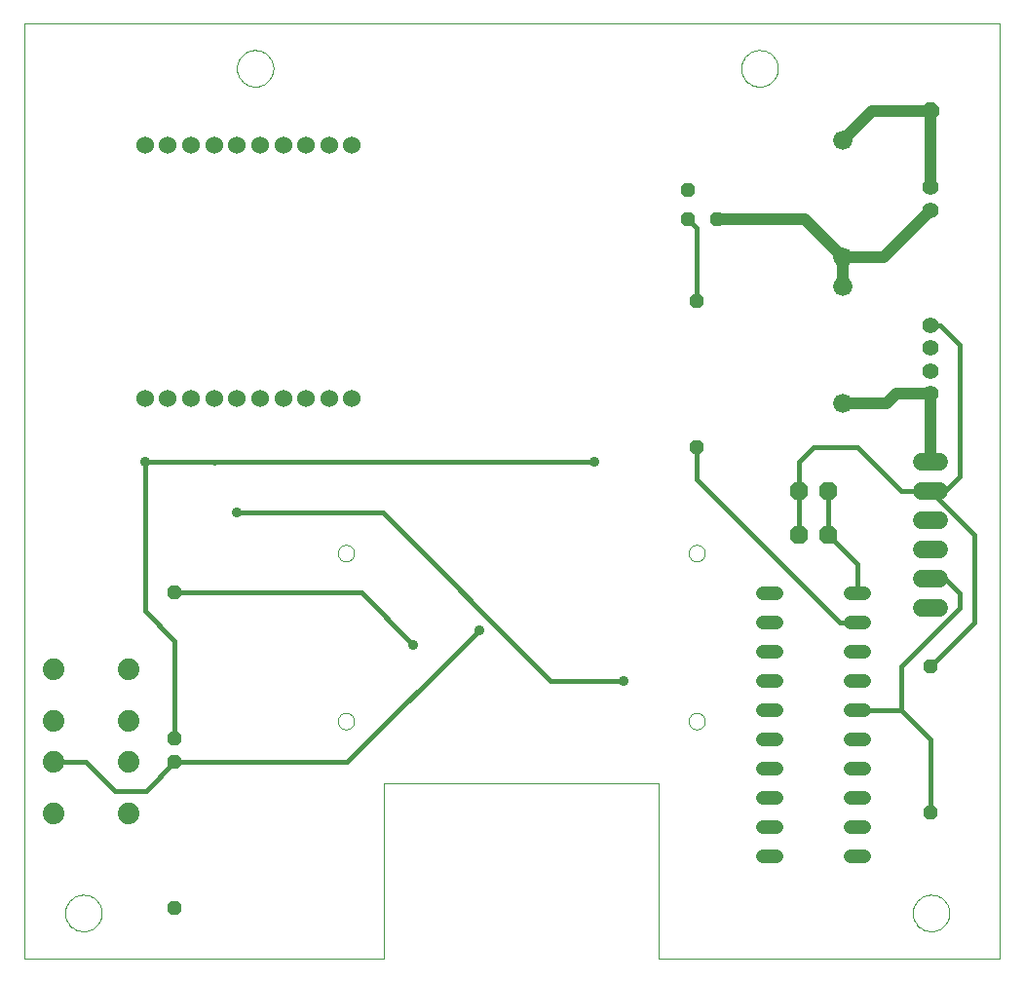
<source format=gtl>
G75*
%MOIN*%
%OFA0B0*%
%FSLAX24Y24*%
%IPPOS*%
%LPD*%
%AMOC8*
5,1,8,0,0,1.08239X$1,22.5*
%
%ADD10C,0.0000*%
%ADD11C,0.0600*%
%ADD12C,0.0560*%
%ADD13C,0.0660*%
%ADD14OC8,0.0480*%
%ADD15OC8,0.0630*%
%ADD16C,0.0600*%
%ADD17OC8,0.0600*%
%ADD18C,0.0740*%
%ADD19C,0.0480*%
%ADD20C,0.0400*%
%ADD21C,0.0160*%
%ADD22C,0.0356*%
D10*
X000180Y000180D02*
X000180Y032176D01*
X033550Y032176D01*
X033550Y000180D01*
X021880Y000180D01*
X021880Y006180D01*
X012480Y006180D01*
X012480Y000180D01*
X000180Y000180D01*
X001575Y001740D02*
X001577Y001790D01*
X001583Y001839D01*
X001593Y001888D01*
X001606Y001935D01*
X001624Y001982D01*
X001645Y002027D01*
X001669Y002070D01*
X001697Y002111D01*
X001728Y002150D01*
X001762Y002186D01*
X001799Y002220D01*
X001839Y002250D01*
X001880Y002277D01*
X001924Y002301D01*
X001969Y002321D01*
X002016Y002337D01*
X002064Y002350D01*
X002113Y002359D01*
X002163Y002364D01*
X002212Y002365D01*
X002262Y002362D01*
X002311Y002355D01*
X002360Y002344D01*
X002407Y002330D01*
X002453Y002311D01*
X002498Y002289D01*
X002541Y002264D01*
X002581Y002235D01*
X002619Y002203D01*
X002655Y002169D01*
X002688Y002131D01*
X002717Y002091D01*
X002743Y002049D01*
X002766Y002005D01*
X002785Y001959D01*
X002801Y001912D01*
X002813Y001863D01*
X002821Y001814D01*
X002825Y001765D01*
X002825Y001715D01*
X002821Y001666D01*
X002813Y001617D01*
X002801Y001568D01*
X002785Y001521D01*
X002766Y001475D01*
X002743Y001431D01*
X002717Y001389D01*
X002688Y001349D01*
X002655Y001311D01*
X002619Y001277D01*
X002581Y001245D01*
X002541Y001216D01*
X002498Y001191D01*
X002453Y001169D01*
X002407Y001150D01*
X002360Y001136D01*
X002311Y001125D01*
X002262Y001118D01*
X002212Y001115D01*
X002163Y001116D01*
X002113Y001121D01*
X002064Y001130D01*
X002016Y001143D01*
X001969Y001159D01*
X001924Y001179D01*
X001880Y001203D01*
X001839Y001230D01*
X001799Y001260D01*
X001762Y001294D01*
X001728Y001330D01*
X001697Y001369D01*
X001669Y001410D01*
X001645Y001453D01*
X001624Y001498D01*
X001606Y001545D01*
X001593Y001592D01*
X001583Y001641D01*
X001577Y001690D01*
X001575Y001740D01*
X010900Y008305D02*
X010902Y008338D01*
X010908Y008371D01*
X010918Y008402D01*
X010931Y008433D01*
X010948Y008461D01*
X010968Y008488D01*
X010991Y008512D01*
X011017Y008532D01*
X011045Y008550D01*
X011075Y008564D01*
X011106Y008575D01*
X011139Y008582D01*
X011172Y008585D01*
X011205Y008584D01*
X011238Y008579D01*
X011270Y008570D01*
X011300Y008558D01*
X011329Y008542D01*
X011356Y008522D01*
X011381Y008500D01*
X011403Y008475D01*
X011421Y008447D01*
X011436Y008418D01*
X011448Y008387D01*
X011456Y008355D01*
X011460Y008322D01*
X011460Y008288D01*
X011456Y008255D01*
X011448Y008223D01*
X011436Y008192D01*
X011421Y008163D01*
X011403Y008135D01*
X011381Y008110D01*
X011356Y008088D01*
X011329Y008068D01*
X011300Y008052D01*
X011270Y008040D01*
X011238Y008031D01*
X011205Y008026D01*
X011172Y008025D01*
X011139Y008028D01*
X011106Y008035D01*
X011075Y008046D01*
X011045Y008060D01*
X011017Y008078D01*
X010991Y008098D01*
X010968Y008122D01*
X010948Y008149D01*
X010931Y008177D01*
X010918Y008208D01*
X010908Y008239D01*
X010902Y008272D01*
X010900Y008305D01*
X010900Y014055D02*
X010902Y014088D01*
X010908Y014121D01*
X010918Y014152D01*
X010931Y014183D01*
X010948Y014211D01*
X010968Y014238D01*
X010991Y014262D01*
X011017Y014282D01*
X011045Y014300D01*
X011075Y014314D01*
X011106Y014325D01*
X011139Y014332D01*
X011172Y014335D01*
X011205Y014334D01*
X011238Y014329D01*
X011270Y014320D01*
X011300Y014308D01*
X011329Y014292D01*
X011356Y014272D01*
X011381Y014250D01*
X011403Y014225D01*
X011421Y014197D01*
X011436Y014168D01*
X011448Y014137D01*
X011456Y014105D01*
X011460Y014072D01*
X011460Y014038D01*
X011456Y014005D01*
X011448Y013973D01*
X011436Y013942D01*
X011421Y013913D01*
X011403Y013885D01*
X011381Y013860D01*
X011356Y013838D01*
X011329Y013818D01*
X011300Y013802D01*
X011270Y013790D01*
X011238Y013781D01*
X011205Y013776D01*
X011172Y013775D01*
X011139Y013778D01*
X011106Y013785D01*
X011075Y013796D01*
X011045Y013810D01*
X011017Y013828D01*
X010991Y013848D01*
X010968Y013872D01*
X010948Y013899D01*
X010931Y013927D01*
X010918Y013958D01*
X010908Y013989D01*
X010902Y014022D01*
X010900Y014055D01*
X022900Y014055D02*
X022902Y014088D01*
X022908Y014121D01*
X022918Y014152D01*
X022931Y014183D01*
X022948Y014211D01*
X022968Y014238D01*
X022991Y014262D01*
X023017Y014282D01*
X023045Y014300D01*
X023075Y014314D01*
X023106Y014325D01*
X023139Y014332D01*
X023172Y014335D01*
X023205Y014334D01*
X023238Y014329D01*
X023270Y014320D01*
X023300Y014308D01*
X023329Y014292D01*
X023356Y014272D01*
X023381Y014250D01*
X023403Y014225D01*
X023421Y014197D01*
X023436Y014168D01*
X023448Y014137D01*
X023456Y014105D01*
X023460Y014072D01*
X023460Y014038D01*
X023456Y014005D01*
X023448Y013973D01*
X023436Y013942D01*
X023421Y013913D01*
X023403Y013885D01*
X023381Y013860D01*
X023356Y013838D01*
X023329Y013818D01*
X023300Y013802D01*
X023270Y013790D01*
X023238Y013781D01*
X023205Y013776D01*
X023172Y013775D01*
X023139Y013778D01*
X023106Y013785D01*
X023075Y013796D01*
X023045Y013810D01*
X023017Y013828D01*
X022991Y013848D01*
X022968Y013872D01*
X022948Y013899D01*
X022931Y013927D01*
X022918Y013958D01*
X022908Y013989D01*
X022902Y014022D01*
X022900Y014055D01*
X022900Y008305D02*
X022902Y008338D01*
X022908Y008371D01*
X022918Y008402D01*
X022931Y008433D01*
X022948Y008461D01*
X022968Y008488D01*
X022991Y008512D01*
X023017Y008532D01*
X023045Y008550D01*
X023075Y008564D01*
X023106Y008575D01*
X023139Y008582D01*
X023172Y008585D01*
X023205Y008584D01*
X023238Y008579D01*
X023270Y008570D01*
X023300Y008558D01*
X023329Y008542D01*
X023356Y008522D01*
X023381Y008500D01*
X023403Y008475D01*
X023421Y008447D01*
X023436Y008418D01*
X023448Y008387D01*
X023456Y008355D01*
X023460Y008322D01*
X023460Y008288D01*
X023456Y008255D01*
X023448Y008223D01*
X023436Y008192D01*
X023421Y008163D01*
X023403Y008135D01*
X023381Y008110D01*
X023356Y008088D01*
X023329Y008068D01*
X023300Y008052D01*
X023270Y008040D01*
X023238Y008031D01*
X023205Y008026D01*
X023172Y008025D01*
X023139Y008028D01*
X023106Y008035D01*
X023075Y008046D01*
X023045Y008060D01*
X023017Y008078D01*
X022991Y008098D01*
X022968Y008122D01*
X022948Y008149D01*
X022931Y008177D01*
X022918Y008208D01*
X022908Y008239D01*
X022902Y008272D01*
X022900Y008305D01*
X030575Y001740D02*
X030577Y001790D01*
X030583Y001839D01*
X030593Y001888D01*
X030606Y001935D01*
X030624Y001982D01*
X030645Y002027D01*
X030669Y002070D01*
X030697Y002111D01*
X030728Y002150D01*
X030762Y002186D01*
X030799Y002220D01*
X030839Y002250D01*
X030880Y002277D01*
X030924Y002301D01*
X030969Y002321D01*
X031016Y002337D01*
X031064Y002350D01*
X031113Y002359D01*
X031163Y002364D01*
X031212Y002365D01*
X031262Y002362D01*
X031311Y002355D01*
X031360Y002344D01*
X031407Y002330D01*
X031453Y002311D01*
X031498Y002289D01*
X031541Y002264D01*
X031581Y002235D01*
X031619Y002203D01*
X031655Y002169D01*
X031688Y002131D01*
X031717Y002091D01*
X031743Y002049D01*
X031766Y002005D01*
X031785Y001959D01*
X031801Y001912D01*
X031813Y001863D01*
X031821Y001814D01*
X031825Y001765D01*
X031825Y001715D01*
X031821Y001666D01*
X031813Y001617D01*
X031801Y001568D01*
X031785Y001521D01*
X031766Y001475D01*
X031743Y001431D01*
X031717Y001389D01*
X031688Y001349D01*
X031655Y001311D01*
X031619Y001277D01*
X031581Y001245D01*
X031541Y001216D01*
X031498Y001191D01*
X031453Y001169D01*
X031407Y001150D01*
X031360Y001136D01*
X031311Y001125D01*
X031262Y001118D01*
X031212Y001115D01*
X031163Y001116D01*
X031113Y001121D01*
X031064Y001130D01*
X031016Y001143D01*
X030969Y001159D01*
X030924Y001179D01*
X030880Y001203D01*
X030839Y001230D01*
X030799Y001260D01*
X030762Y001294D01*
X030728Y001330D01*
X030697Y001369D01*
X030669Y001410D01*
X030645Y001453D01*
X030624Y001498D01*
X030606Y001545D01*
X030593Y001592D01*
X030583Y001641D01*
X030577Y001690D01*
X030575Y001740D01*
X024705Y030640D02*
X024707Y030690D01*
X024713Y030739D01*
X024723Y030788D01*
X024736Y030835D01*
X024754Y030882D01*
X024775Y030927D01*
X024799Y030970D01*
X024827Y031011D01*
X024858Y031050D01*
X024892Y031086D01*
X024929Y031120D01*
X024969Y031150D01*
X025010Y031177D01*
X025054Y031201D01*
X025099Y031221D01*
X025146Y031237D01*
X025194Y031250D01*
X025243Y031259D01*
X025293Y031264D01*
X025342Y031265D01*
X025392Y031262D01*
X025441Y031255D01*
X025490Y031244D01*
X025537Y031230D01*
X025583Y031211D01*
X025628Y031189D01*
X025671Y031164D01*
X025711Y031135D01*
X025749Y031103D01*
X025785Y031069D01*
X025818Y031031D01*
X025847Y030991D01*
X025873Y030949D01*
X025896Y030905D01*
X025915Y030859D01*
X025931Y030812D01*
X025943Y030763D01*
X025951Y030714D01*
X025955Y030665D01*
X025955Y030615D01*
X025951Y030566D01*
X025943Y030517D01*
X025931Y030468D01*
X025915Y030421D01*
X025896Y030375D01*
X025873Y030331D01*
X025847Y030289D01*
X025818Y030249D01*
X025785Y030211D01*
X025749Y030177D01*
X025711Y030145D01*
X025671Y030116D01*
X025628Y030091D01*
X025583Y030069D01*
X025537Y030050D01*
X025490Y030036D01*
X025441Y030025D01*
X025392Y030018D01*
X025342Y030015D01*
X025293Y030016D01*
X025243Y030021D01*
X025194Y030030D01*
X025146Y030043D01*
X025099Y030059D01*
X025054Y030079D01*
X025010Y030103D01*
X024969Y030130D01*
X024929Y030160D01*
X024892Y030194D01*
X024858Y030230D01*
X024827Y030269D01*
X024799Y030310D01*
X024775Y030353D01*
X024754Y030398D01*
X024736Y030445D01*
X024723Y030492D01*
X024713Y030541D01*
X024707Y030590D01*
X024705Y030640D01*
X007447Y030640D02*
X007449Y030690D01*
X007455Y030739D01*
X007465Y030788D01*
X007478Y030835D01*
X007496Y030882D01*
X007517Y030927D01*
X007541Y030970D01*
X007569Y031011D01*
X007600Y031050D01*
X007634Y031086D01*
X007671Y031120D01*
X007711Y031150D01*
X007752Y031177D01*
X007796Y031201D01*
X007841Y031221D01*
X007888Y031237D01*
X007936Y031250D01*
X007985Y031259D01*
X008035Y031264D01*
X008084Y031265D01*
X008134Y031262D01*
X008183Y031255D01*
X008232Y031244D01*
X008279Y031230D01*
X008325Y031211D01*
X008370Y031189D01*
X008413Y031164D01*
X008453Y031135D01*
X008491Y031103D01*
X008527Y031069D01*
X008560Y031031D01*
X008589Y030991D01*
X008615Y030949D01*
X008638Y030905D01*
X008657Y030859D01*
X008673Y030812D01*
X008685Y030763D01*
X008693Y030714D01*
X008697Y030665D01*
X008697Y030615D01*
X008693Y030566D01*
X008685Y030517D01*
X008673Y030468D01*
X008657Y030421D01*
X008638Y030375D01*
X008615Y030331D01*
X008589Y030289D01*
X008560Y030249D01*
X008527Y030211D01*
X008491Y030177D01*
X008453Y030145D01*
X008413Y030116D01*
X008370Y030091D01*
X008325Y030069D01*
X008279Y030050D01*
X008232Y030036D01*
X008183Y030025D01*
X008134Y030018D01*
X008084Y030015D01*
X008035Y030016D01*
X007985Y030021D01*
X007936Y030030D01*
X007888Y030043D01*
X007841Y030059D01*
X007796Y030079D01*
X007752Y030103D01*
X007711Y030130D01*
X007671Y030160D01*
X007634Y030194D01*
X007600Y030230D01*
X007569Y030269D01*
X007541Y030310D01*
X007517Y030353D01*
X007496Y030398D01*
X007478Y030445D01*
X007465Y030492D01*
X007455Y030541D01*
X007449Y030590D01*
X007447Y030640D01*
D11*
X007456Y028011D03*
X008243Y028011D03*
X009030Y028011D03*
X009818Y028011D03*
X010605Y028011D03*
X011393Y028011D03*
X006668Y028011D03*
X005881Y028011D03*
X005093Y028011D03*
X004306Y028011D03*
X004306Y019349D03*
X005093Y019349D03*
X005881Y019349D03*
X006668Y019349D03*
X007456Y019349D03*
X008243Y019349D03*
X009030Y019349D03*
X009818Y019349D03*
X010605Y019349D03*
X011393Y019349D03*
D12*
X031180Y019499D03*
X031180Y020286D03*
X031180Y021074D03*
X031180Y021861D03*
X031180Y025786D03*
X031180Y026574D03*
D13*
X028180Y028180D03*
X028180Y024180D03*
X028180Y023180D03*
X028180Y019180D03*
D14*
X023180Y017680D03*
X023180Y022680D03*
X022880Y025480D03*
X022880Y026480D03*
X023880Y025480D03*
X031180Y010180D03*
X031180Y005180D03*
X005324Y006902D03*
X005327Y007702D03*
X005327Y012702D03*
X005324Y001902D03*
D15*
X026680Y014680D03*
X027680Y014680D03*
X027680Y016180D03*
X026680Y016180D03*
D16*
X030880Y016180D02*
X031480Y016180D01*
X031480Y017180D02*
X030880Y017180D01*
X030880Y015180D02*
X031480Y015180D01*
X031480Y014180D02*
X030880Y014180D01*
X030880Y013180D02*
X031480Y013180D01*
X031480Y012180D02*
X030880Y012180D01*
D17*
X031180Y029180D03*
D18*
X003743Y010090D03*
X003743Y008310D03*
X003747Y006910D03*
X003747Y005130D03*
X001187Y005130D03*
X001187Y006910D03*
X001183Y008310D03*
X001183Y010090D03*
D19*
X025440Y009682D02*
X025920Y009682D01*
X025920Y008682D02*
X025440Y008682D01*
X025440Y007682D02*
X025920Y007682D01*
X025920Y006682D02*
X025440Y006682D01*
X025440Y005682D02*
X025920Y005682D01*
X025920Y004682D02*
X025440Y004682D01*
X025440Y003682D02*
X025920Y003682D01*
X028440Y003682D02*
X028920Y003682D01*
X028920Y004682D02*
X028440Y004682D01*
X028440Y005682D02*
X028920Y005682D01*
X028920Y006682D02*
X028440Y006682D01*
X028440Y007682D02*
X028920Y007682D01*
X028920Y008682D02*
X028440Y008682D01*
X028440Y009682D02*
X028920Y009682D01*
X028920Y010682D02*
X028440Y010682D01*
X028440Y011682D02*
X028920Y011682D01*
X028920Y012682D02*
X028440Y012682D01*
X025920Y012682D02*
X025440Y012682D01*
X025440Y011682D02*
X025920Y011682D01*
X025920Y010682D02*
X025440Y010682D01*
D20*
X031180Y017180D02*
X031180Y019499D01*
X029999Y019499D01*
X029680Y019180D01*
X028180Y019180D01*
X028180Y023180D02*
X028180Y024180D01*
X026880Y025480D01*
X023880Y025480D01*
X028180Y024180D02*
X029574Y024180D01*
X031180Y025786D01*
X031180Y026574D02*
X031180Y029180D01*
X029180Y029180D01*
X028180Y028180D01*
D21*
X023180Y025180D02*
X022880Y025480D01*
X023180Y025180D02*
X023180Y022680D01*
X023180Y017680D02*
X023180Y016580D01*
X028078Y011682D01*
X028680Y011682D01*
X028680Y012682D02*
X028680Y013680D01*
X027680Y014680D01*
X027680Y016180D01*
X026680Y016180D02*
X026680Y017180D01*
X027180Y017680D01*
X028680Y017680D01*
X030180Y016180D01*
X031180Y016180D01*
X031680Y016180D01*
X032180Y016680D01*
X032180Y021180D01*
X031499Y021861D01*
X031180Y021861D01*
X031180Y016180D02*
X032680Y014680D01*
X032680Y011680D01*
X031180Y010180D01*
X030180Y010180D02*
X030180Y008680D01*
X028682Y008680D01*
X030180Y008680D02*
X031180Y007680D01*
X031180Y005180D01*
X030180Y010180D02*
X032180Y012180D01*
X032180Y012680D01*
X031680Y013180D01*
X031180Y013180D01*
X031180Y012180D02*
X031178Y012180D01*
X026680Y014680D02*
X026680Y016180D01*
X019680Y017180D02*
X006651Y017180D01*
X006678Y017153D01*
X006651Y017180D02*
X004305Y017180D01*
X004316Y017169D01*
X004316Y012071D01*
X005327Y011060D01*
X005327Y007702D01*
X005324Y006902D02*
X011207Y006902D01*
X015731Y011426D01*
X013491Y010929D02*
X011718Y012702D01*
X005327Y012702D01*
X007430Y015430D02*
X012430Y015430D01*
X018180Y009680D01*
X020680Y009680D01*
X005324Y006902D02*
X004336Y005914D01*
X003274Y005914D01*
X002278Y006910D01*
X001187Y006910D01*
D22*
X007430Y015430D03*
X004305Y017180D03*
X013491Y010929D03*
X015731Y011426D03*
X020680Y009680D03*
X019680Y017180D03*
M02*

</source>
